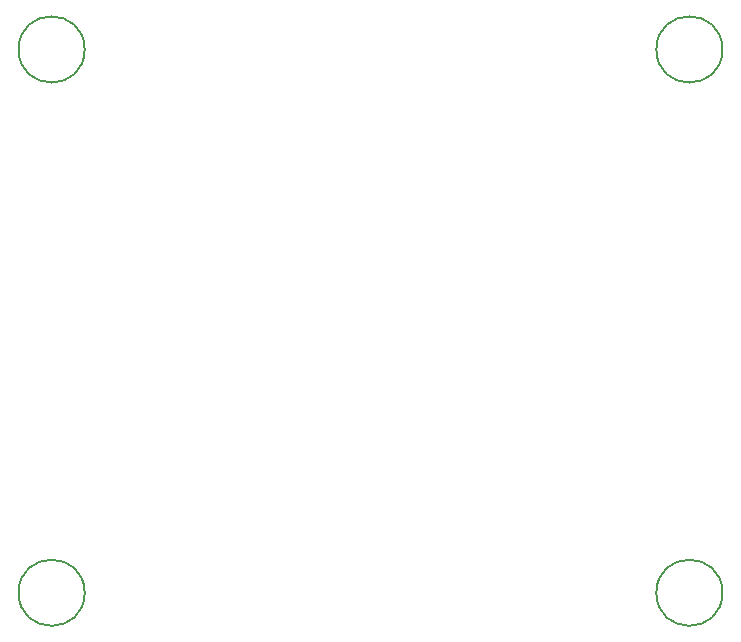
<source format=gbr>
%TF.GenerationSoftware,KiCad,Pcbnew,(6.0.7)*%
%TF.CreationDate,2023-02-02T22:14:04+01:00*%
%TF.ProjectId,bldc,626c6463-2e6b-4696-9361-645f70636258,rev?*%
%TF.SameCoordinates,Original*%
%TF.FileFunction,Other,Comment*%
%FSLAX46Y46*%
G04 Gerber Fmt 4.6, Leading zero omitted, Abs format (unit mm)*
G04 Created by KiCad (PCBNEW (6.0.7)) date 2023-02-02 22:14:04*
%MOMM*%
%LPD*%
G01*
G04 APERTURE LIST*
%ADD10C,0.150000*%
G04 APERTURE END LIST*
D10*
%TO.C,H2*%
X95800000Y-149000000D02*
G75*
G03*
X95800000Y-149000000I-2800000J0D01*
G01*
%TO.C,H4*%
X149800000Y-149000000D02*
G75*
G03*
X149800000Y-149000000I-2800000J0D01*
G01*
%TO.C,H1*%
X149800000Y-103000000D02*
G75*
G03*
X149800000Y-103000000I-2800000J0D01*
G01*
%TO.C,H3*%
X95800000Y-103000000D02*
G75*
G03*
X95800000Y-103000000I-2800000J0D01*
G01*
%TD*%
M02*

</source>
